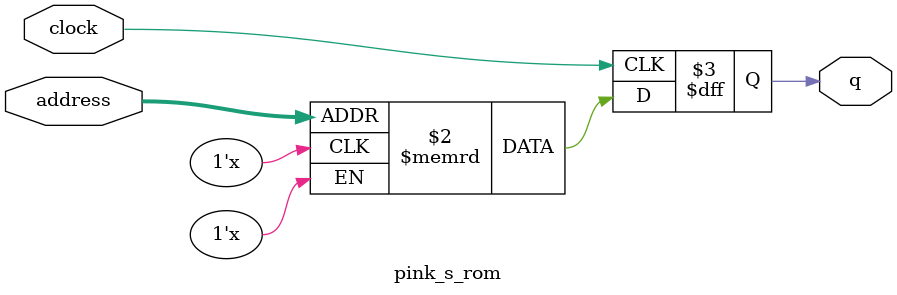
<source format=sv>
module pink_s_rom (
	input logic clock,
	input logic [10:0] address,
	output logic [0:0] q
);

logic [0:0] memory [0:1224] /* synthesis ram_init_file = "./pink_s/pink_s.mif" */;

always_ff @ (posedge clock) begin
	q <= memory[address];
end

endmodule

</source>
